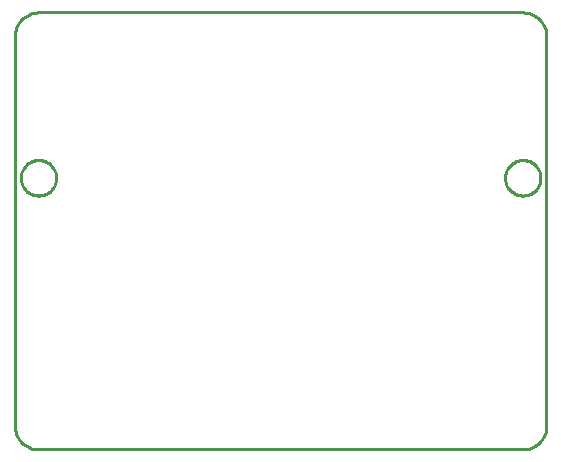
<source format=gbr>
G04 EAGLE Gerber RS-274X export*
G75*
%MOMM*%
%FSLAX34Y34*%
%LPD*%
%IN*%
%IPPOS*%
%AMOC8*
5,1,8,0,0,1.08239X$1,22.5*%
G01*
%ADD10C,0.254000*%


D10*
X0Y20000D02*
X76Y18257D01*
X304Y16527D01*
X681Y14824D01*
X1206Y13160D01*
X1874Y11548D01*
X2680Y10000D01*
X3617Y8528D01*
X4679Y7144D01*
X5858Y5858D01*
X7144Y4679D01*
X8528Y3617D01*
X10000Y2680D01*
X11548Y1874D01*
X13160Y1206D01*
X14824Y681D01*
X16527Y304D01*
X18257Y76D01*
X20000Y0D01*
X430000Y0D01*
X431743Y76D01*
X433473Y304D01*
X435176Y681D01*
X436840Y1206D01*
X438452Y1874D01*
X440000Y2680D01*
X441472Y3617D01*
X442856Y4679D01*
X444142Y5858D01*
X445321Y7144D01*
X446383Y8528D01*
X447321Y10000D01*
X448126Y11548D01*
X448794Y13160D01*
X449319Y14824D01*
X449696Y16527D01*
X449924Y18257D01*
X450000Y20000D01*
X450000Y350000D01*
X449924Y351743D01*
X449696Y353473D01*
X449319Y355176D01*
X448794Y356840D01*
X448126Y358452D01*
X447321Y360000D01*
X446383Y361472D01*
X445321Y362856D01*
X444142Y364142D01*
X442856Y365321D01*
X441472Y366383D01*
X440000Y367321D01*
X438452Y368126D01*
X436840Y368794D01*
X435176Y369319D01*
X433473Y369696D01*
X431743Y369924D01*
X430000Y370000D01*
X20000Y370000D01*
X18257Y369924D01*
X16527Y369696D01*
X14824Y369319D01*
X13160Y368794D01*
X11548Y368126D01*
X10000Y367321D01*
X8528Y366383D01*
X7144Y365321D01*
X5858Y364142D01*
X4679Y362856D01*
X3617Y361472D01*
X2680Y360000D01*
X1874Y358452D01*
X1206Y356840D01*
X681Y355176D01*
X304Y353473D01*
X76Y351743D01*
X0Y350000D01*
X0Y20000D01*
X35000Y229464D02*
X34924Y228396D01*
X34771Y227335D01*
X34543Y226288D01*
X34241Y225260D01*
X33867Y224256D01*
X33422Y223281D01*
X32908Y222341D01*
X32329Y221440D01*
X31687Y220582D01*
X30985Y219772D01*
X30228Y219015D01*
X29418Y218313D01*
X28560Y217671D01*
X27659Y217092D01*
X26719Y216578D01*
X25744Y216133D01*
X24740Y215759D01*
X23712Y215457D01*
X22665Y215229D01*
X21604Y215076D01*
X20536Y215000D01*
X19464Y215000D01*
X18396Y215076D01*
X17335Y215229D01*
X16288Y215457D01*
X15260Y215759D01*
X14256Y216133D01*
X13281Y216578D01*
X12341Y217092D01*
X11440Y217671D01*
X10582Y218313D01*
X9772Y219015D01*
X9015Y219772D01*
X8313Y220582D01*
X7671Y221440D01*
X7092Y222341D01*
X6578Y223281D01*
X6133Y224256D01*
X5759Y225260D01*
X5457Y226288D01*
X5229Y227335D01*
X5076Y228396D01*
X5000Y229464D01*
X5000Y230536D01*
X5076Y231604D01*
X5229Y232665D01*
X5457Y233712D01*
X5759Y234740D01*
X6133Y235744D01*
X6578Y236719D01*
X7092Y237659D01*
X7671Y238560D01*
X8313Y239418D01*
X9015Y240228D01*
X9772Y240985D01*
X10582Y241687D01*
X11440Y242329D01*
X12341Y242908D01*
X13281Y243422D01*
X14256Y243867D01*
X15260Y244241D01*
X16288Y244543D01*
X17335Y244771D01*
X18396Y244924D01*
X19464Y245000D01*
X20536Y245000D01*
X21604Y244924D01*
X22665Y244771D01*
X23712Y244543D01*
X24740Y244241D01*
X25744Y243867D01*
X26719Y243422D01*
X27659Y242908D01*
X28560Y242329D01*
X29418Y241687D01*
X30228Y240985D01*
X30985Y240228D01*
X31687Y239418D01*
X32329Y238560D01*
X32908Y237659D01*
X33422Y236719D01*
X33867Y235744D01*
X34241Y234740D01*
X34543Y233712D01*
X34771Y232665D01*
X34924Y231604D01*
X35000Y230536D01*
X35000Y229464D01*
X445000Y229464D02*
X444924Y228396D01*
X444771Y227335D01*
X444543Y226288D01*
X444241Y225260D01*
X443867Y224256D01*
X443422Y223281D01*
X442908Y222341D01*
X442329Y221440D01*
X441687Y220582D01*
X440985Y219772D01*
X440228Y219015D01*
X439418Y218313D01*
X438560Y217671D01*
X437659Y217092D01*
X436719Y216578D01*
X435744Y216133D01*
X434740Y215759D01*
X433712Y215457D01*
X432665Y215229D01*
X431604Y215076D01*
X430536Y215000D01*
X429464Y215000D01*
X428396Y215076D01*
X427335Y215229D01*
X426288Y215457D01*
X425260Y215759D01*
X424256Y216133D01*
X423281Y216578D01*
X422341Y217092D01*
X421440Y217671D01*
X420582Y218313D01*
X419772Y219015D01*
X419015Y219772D01*
X418313Y220582D01*
X417671Y221440D01*
X417092Y222341D01*
X416578Y223281D01*
X416133Y224256D01*
X415759Y225260D01*
X415457Y226288D01*
X415229Y227335D01*
X415076Y228396D01*
X415000Y229464D01*
X415000Y230536D01*
X415076Y231604D01*
X415229Y232665D01*
X415457Y233712D01*
X415759Y234740D01*
X416133Y235744D01*
X416578Y236719D01*
X417092Y237659D01*
X417671Y238560D01*
X418313Y239418D01*
X419015Y240228D01*
X419772Y240985D01*
X420582Y241687D01*
X421440Y242329D01*
X422341Y242908D01*
X423281Y243422D01*
X424256Y243867D01*
X425260Y244241D01*
X426288Y244543D01*
X427335Y244771D01*
X428396Y244924D01*
X429464Y245000D01*
X430536Y245000D01*
X431604Y244924D01*
X432665Y244771D01*
X433712Y244543D01*
X434740Y244241D01*
X435744Y243867D01*
X436719Y243422D01*
X437659Y242908D01*
X438560Y242329D01*
X439418Y241687D01*
X440228Y240985D01*
X440985Y240228D01*
X441687Y239418D01*
X442329Y238560D01*
X442908Y237659D01*
X443422Y236719D01*
X443867Y235744D01*
X444241Y234740D01*
X444543Y233712D01*
X444771Y232665D01*
X444924Y231604D01*
X445000Y230536D01*
X445000Y229464D01*
M02*

</source>
